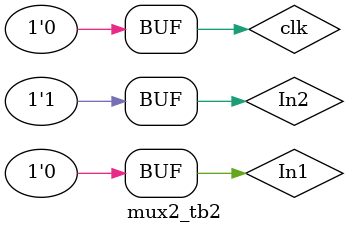
<source format=v>
`timescale 1ns/1ns
`include "mux2.v"
module mux2_tb2;
	wire Out;
	reg In1,In2,clk;
	mux2 mux2(clk, In1, In2, Out );
	initial
		begin
	
   #3 In2=1'b0;In1=1'b1; clk=1'b0;
   #5 In2=1'b1;In1=1'b1; clk=1'b1;
   #3 In2=1'b0;In1=1'b1; clk=1'b1;
   #5 In2=1'b0;In1=1'b0; clk=1'b0;

   #3 In2=1'b0;In1=1'b0; clk=1'b0;
   #5 In2=1'b1;In1=1'b0; clk=1'b1;
   #3 In2=1'b1;In1=1'b1; clk=1'b0;
   #5 In2=1'b0;In1=1'b1; clk=1'b1;
  
   #3 In2=1'b0;In1=1'b0; clk=1'b0;
   #5 In2=1'b1;In1=1'b0; clk=1'b0;
   #3 In2=1'b0;In1=1'b1; clk=1'b1;
   #5 In2=1'b1;In1=1'b0; clk=1'b0;
					
		end

always @( clk or In1 or In2)
#1 $display("t=%t",$time," clk=%b",clk," Out=%b",Out," In=%b%b",In2,In1);

initial  begin
    $dumpfile ("mux2_2.vcd"); 
    $dumpvars;
end
endmodule
</source>
